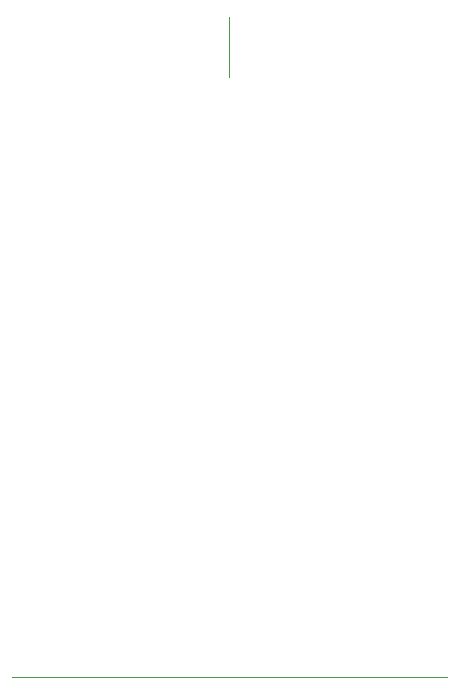
<source format=gbr>
%TF.GenerationSoftware,KiCad,Pcbnew,8.0.3-8.0.3-0~ubuntu22.04.1*%
%TF.CreationDate,2024-08-09T14:07:44+03:00*%
%TF.ProjectId,PM-PS-AC230-front,504d2d50-532d-4414-9332-33302d66726f,rev?*%
%TF.SameCoordinates,Original*%
%TF.FileFunction,Other,Comment*%
%FSLAX46Y46*%
G04 Gerber Fmt 4.6, Leading zero omitted, Abs format (unit mm)*
G04 Created by KiCad (PCBNEW 8.0.3-8.0.3-0~ubuntu22.04.1) date 2024-08-09 14:07:44*
%MOMM*%
%LPD*%
G01*
G04 APERTURE LIST*
%ADD10C,0.100000*%
G04 APERTURE END LIST*
D10*
X70485000Y-49530000D02*
X70485000Y-44450000D01*
X88900000Y-100330000D02*
X52070000Y-100330000D01*
M02*

</source>
